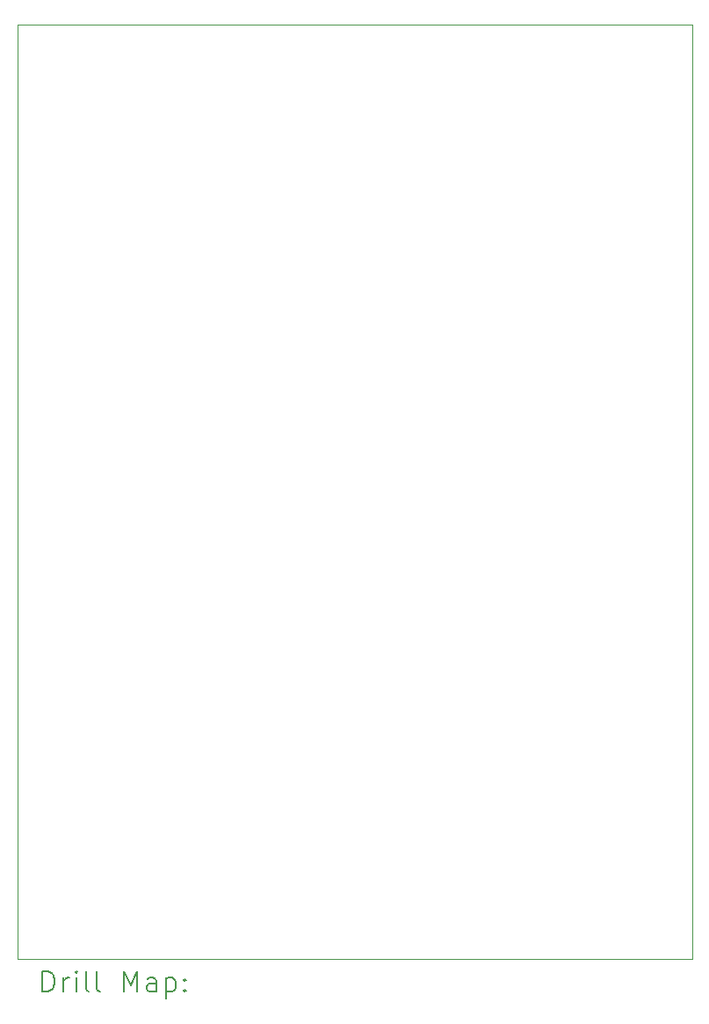
<source format=gbr>
%TF.GenerationSoftware,KiCad,Pcbnew,7.0.1*%
%TF.CreationDate,2023-05-03T08:49:08+02:00*%
%TF.ProjectId,Dual_BPF,4475616c-5f42-4504-962e-6b696361645f,rev?*%
%TF.SameCoordinates,Original*%
%TF.FileFunction,Drillmap*%
%TF.FilePolarity,Positive*%
%FSLAX45Y45*%
G04 Gerber Fmt 4.5, Leading zero omitted, Abs format (unit mm)*
G04 Created by KiCad (PCBNEW 7.0.1) date 2023-05-03 08:49:08*
%MOMM*%
%LPD*%
G01*
G04 APERTURE LIST*
%ADD10C,0.100000*%
%ADD11C,0.200000*%
G04 APERTURE END LIST*
D10*
X3900000Y-2800000D02*
X10400000Y-2800000D01*
X10400000Y-11800000D02*
X3900000Y-11800000D01*
X10400000Y-2800000D02*
X10400000Y-11800000D01*
X3900000Y-11800000D02*
X3900000Y-2800000D01*
D11*
X4142619Y-12117524D02*
X4142619Y-11917524D01*
X4142619Y-11917524D02*
X4190238Y-11917524D01*
X4190238Y-11917524D02*
X4218810Y-11927048D01*
X4218810Y-11927048D02*
X4237857Y-11946095D01*
X4237857Y-11946095D02*
X4247381Y-11965143D01*
X4247381Y-11965143D02*
X4256905Y-12003238D01*
X4256905Y-12003238D02*
X4256905Y-12031809D01*
X4256905Y-12031809D02*
X4247381Y-12069905D01*
X4247381Y-12069905D02*
X4237857Y-12088952D01*
X4237857Y-12088952D02*
X4218810Y-12108000D01*
X4218810Y-12108000D02*
X4190238Y-12117524D01*
X4190238Y-12117524D02*
X4142619Y-12117524D01*
X4342619Y-12117524D02*
X4342619Y-11984190D01*
X4342619Y-12022286D02*
X4352143Y-12003238D01*
X4352143Y-12003238D02*
X4361667Y-11993714D01*
X4361667Y-11993714D02*
X4380714Y-11984190D01*
X4380714Y-11984190D02*
X4399762Y-11984190D01*
X4466429Y-12117524D02*
X4466429Y-11984190D01*
X4466429Y-11917524D02*
X4456905Y-11927048D01*
X4456905Y-11927048D02*
X4466429Y-11936571D01*
X4466429Y-11936571D02*
X4475952Y-11927048D01*
X4475952Y-11927048D02*
X4466429Y-11917524D01*
X4466429Y-11917524D02*
X4466429Y-11936571D01*
X4590238Y-12117524D02*
X4571190Y-12108000D01*
X4571190Y-12108000D02*
X4561667Y-12088952D01*
X4561667Y-12088952D02*
X4561667Y-11917524D01*
X4695000Y-12117524D02*
X4675952Y-12108000D01*
X4675952Y-12108000D02*
X4666429Y-12088952D01*
X4666429Y-12088952D02*
X4666429Y-11917524D01*
X4923571Y-12117524D02*
X4923571Y-11917524D01*
X4923571Y-11917524D02*
X4990238Y-12060381D01*
X4990238Y-12060381D02*
X5056905Y-11917524D01*
X5056905Y-11917524D02*
X5056905Y-12117524D01*
X5237857Y-12117524D02*
X5237857Y-12012762D01*
X5237857Y-12012762D02*
X5228333Y-11993714D01*
X5228333Y-11993714D02*
X5209286Y-11984190D01*
X5209286Y-11984190D02*
X5171190Y-11984190D01*
X5171190Y-11984190D02*
X5152143Y-11993714D01*
X5237857Y-12108000D02*
X5218810Y-12117524D01*
X5218810Y-12117524D02*
X5171190Y-12117524D01*
X5171190Y-12117524D02*
X5152143Y-12108000D01*
X5152143Y-12108000D02*
X5142619Y-12088952D01*
X5142619Y-12088952D02*
X5142619Y-12069905D01*
X5142619Y-12069905D02*
X5152143Y-12050857D01*
X5152143Y-12050857D02*
X5171190Y-12041333D01*
X5171190Y-12041333D02*
X5218810Y-12041333D01*
X5218810Y-12041333D02*
X5237857Y-12031809D01*
X5333095Y-11984190D02*
X5333095Y-12184190D01*
X5333095Y-11993714D02*
X5352143Y-11984190D01*
X5352143Y-11984190D02*
X5390238Y-11984190D01*
X5390238Y-11984190D02*
X5409286Y-11993714D01*
X5409286Y-11993714D02*
X5418810Y-12003238D01*
X5418810Y-12003238D02*
X5428333Y-12022286D01*
X5428333Y-12022286D02*
X5428333Y-12079428D01*
X5428333Y-12079428D02*
X5418810Y-12098476D01*
X5418810Y-12098476D02*
X5409286Y-12108000D01*
X5409286Y-12108000D02*
X5390238Y-12117524D01*
X5390238Y-12117524D02*
X5352143Y-12117524D01*
X5352143Y-12117524D02*
X5333095Y-12108000D01*
X5514048Y-12098476D02*
X5523571Y-12108000D01*
X5523571Y-12108000D02*
X5514048Y-12117524D01*
X5514048Y-12117524D02*
X5504524Y-12108000D01*
X5504524Y-12108000D02*
X5514048Y-12098476D01*
X5514048Y-12098476D02*
X5514048Y-12117524D01*
X5514048Y-11993714D02*
X5523571Y-12003238D01*
X5523571Y-12003238D02*
X5514048Y-12012762D01*
X5514048Y-12012762D02*
X5504524Y-12003238D01*
X5504524Y-12003238D02*
X5514048Y-11993714D01*
X5514048Y-11993714D02*
X5514048Y-12012762D01*
M02*

</source>
